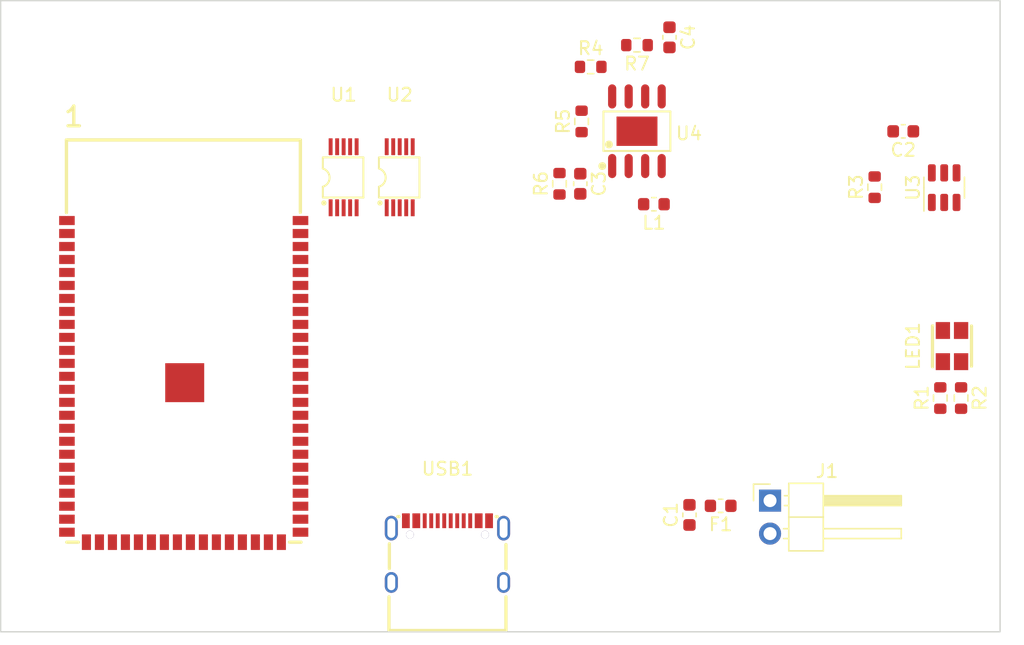
<source format=kicad_pcb>
(kicad_pcb (version 20221018) (generator pcbnew)
  (layers (0 "F.Cu" signal) (31 "B.Cu" signal) (34 "B.Paste" user) (35 "F.Paste" user) (36 "B.SilkS" user "B.Silkscreen") (37 "F.SilkS" user "F.Silkscreen") (38 "B.Mask" user) (39 "F.Mask" user) (44 "Edge.Cuts" user))
  (net 0 "")
  (net 68 "-BATT")
  (net 69 "+BATT")
  (net 70 "Net-(U4-VC)")
  (net 71 "Net-(C3-Pad2)")
  (net 72 "/power_management/DC-DC_EN^{(pull to GND to activate)}")
  (net 73 "Net-(J1-Pin_1)")
  (net 74 "Net-(U4-SW2)")
  (net 75 "Net-(U4-SW1)")
  (net 76 "Net-(U3-CHRG)")
  (net 77 "Net-(LED1-+-Pad3)")
  (net 78 "Net-(U3-FULL)")
  (net 79 "Net-(LED1-+-Pad1)")
  (net 80 "Net-(U3-PROG)")
  (net 81 "Net-(U4-FB)")
  (net 82 "/power_management/3v3")
  (net 104 "VBUS_USB")
  (footprint "lcsc:USB-C-SMD_GT-USB-7004" (layer "F.Cu") (at 91.58 85.83)
    (fp_text reference "USB1" (at 0 -6.38) (layer "F.SilkS"))
    (fp_text value "GT-USB-7004")
    (fp_line (start -4.5 6.07) (end -4.5 3.48) (stroke (width 0.25)) (layer "F.SilkS"))
    (fp_line (start -4.47 1.3) (end -4.47 -0.61) (stroke (width 0.25)) (layer "F.SilkS"))
    (fp_line (start -3.73 -2.7) (end -3.82 -2.7) (stroke (width 0.25)) (layer "F.SilkS"))
    (fp_line (start 3.83 -2.7) (end 3.74 -2.7) (stroke (width 0.25)) (layer "F.SilkS"))
    (fp_line (start 4.5 1.34) (end 4.5 -0.55) (stroke (width 0.25)) (layer "F.SilkS"))
    (fp_line (start 4.5 6.07) (end -4.5 6.07) (stroke (width 0.25)) (layer "F.SilkS"))
    (fp_line (start 4.5 6.07) (end 4.5 3.48) (stroke (width 0.25)) (layer "F.SilkS"))
    (pad "" thru_hole circle (at -2.89 -1.31) (size 0.6 0.6) (drill 0.6) (layers "*.Cu" "*.Mask"))
    (pad "" thru_hole circle (at 2.89 -1.31) (size 0.6 0.6) (drill 0.6) (layers "*.Cu" "*.Mask"))
    (pad "1" thru_hole oval (at -4.32 -1.81) (size 1 1.9) (drill oval 0.599999 1.499997) (layers "*.Cu" "*.Paste" "*.Mask") (net 68 "-BATT"))
    (pad "2" thru_hole oval (at 4.32 -1.81) (size 1 1.9) (drill oval 0.599999 1.499997) (layers "*.Cu" "*.Paste" "*.Mask") (net 68 "-BATT"))
    (pad "3" thru_hole oval (at 4.32 2.37) (size 1 1.6) (drill oval 0.599999 1.199998) (layers "*.Cu" "*.Paste" "*.Mask") (net 68 "-BATT"))
    (pad "4" thru_hole oval (at -4.32 2.37) (size 1 1.6) (drill oval 0.599999 1.199998) (layers "*.Cu" "*.Paste" "*.Mask") (net 68 "-BATT"))
    (pad "A1B12" smd rect (at -3.2 -2.38) (size 0.6 1.14) (layers "F.Cu" "F.Paste" "F.Mask") (net 68 "-BATT"))
    (pad "A4B9" smd rect (at -2.4 -2.38) (size 0.6 1.14) (layers "F.Cu" "F.Paste" "F.Mask") (net 104 "VBUS_USB"))
    (pad "A5" smd rect (at -1.25 -2.38) (size 0.3 1.14) (layers "F.Cu" "F.Paste" "F.Mask"))
    (pad "A6" smd rect (at -0.25 -2.38) (size 0.3 1.14) (layers "F.Cu" "F.Paste" "F.Mask"))
    (pad "A7" smd rect (at 0.25 -2.38) (size 0.3 1.14) (layers "F.Cu" "F.Paste" "F.Mask"))
    (pad "A8" smd rect (at 1.25 -2.38) (size 0.3 1.14) (layers "F.Cu" "F.Paste" "F.Mask"))
    (pad "B1A12" smd rect (at 3.2 -2.38) (size 0.6 1.14) (layers "F.Cu" "F.Paste" "F.Mask") (net 68 "-BATT"))
    (pad "B4A9" smd rect (at 2.4 -2.38) (size 0.6 1.14) (layers "F.Cu" "F.Paste" "F.Mask") (net 104 "VBUS_USB"))
    (pad "B5" smd rect (at 1.75 -2.38) (size 0.3 1.14) (layers "F.Cu" "F.Paste" "F.Mask"))
    (pad "B6" smd rect (at 0.75 -2.38) (size 0.3 1.14) (layers "F.Cu" "F.Paste" "F.Mask"))
    (pad "B7" smd rect (at -0.75 -2.38) (size 0.3 1.14) (layers "F.Cu" "F.Paste" "F.Mask"))
    (pad "B8" smd rect (at -1.75 -2.38) (size 0.3 1.14) (layers "F.Cu" "F.Paste" "F.Mask"))
  )
  (footprint "Resistor_SMD:R_0603_1608Metric" (layer "F.Cu") (at 124.45 57.7625 90)
    (fp_text reference "R3" (at 0 -1.43 90) (layer "F.SilkS"))
    (fp_text value "2.5k")
    (fp_line (start -0.237258 -0.5225) (end 0.237258 -0.5225) (stroke (width 0.12)) (layer "F.SilkS"))
    (fp_line (start -0.237258 0.5225) (end 0.237258 0.5225) (stroke (width 0.12)) (layer "F.SilkS"))
    (pad "1" smd roundrect (at -0.825 0 90) (size 0.8 0.95) (layers "F.Cu" "F.Paste" "F.Mask") (net 68 "-BATT"))
    (pad "2" smd roundrect (at 0.825 0 90) (size 0.8 0.95) (layers "F.Cu" "F.Paste" "F.Mask") (net 80 "Net-(U3-PROG)"))
  )
  (footprint "Resistor_SMD:R_0603_1608Metric" (layer "F.Cu") (at 101.9 52.7 90)
    (fp_text reference "R5" (at 0 -1.43 90) (layer "F.SilkS"))
    (fp_text value "200k")
    (fp_line (start -0.237258 -0.5225) (end 0.237258 -0.5225) (stroke (width 0.12)) (layer "F.SilkS"))
    (fp_line (start -0.237258 0.5225) (end 0.237258 0.5225) (stroke (width 0.12)) (layer "F.SilkS"))
    (pad "1" smd roundrect (at -0.825 0 90) (size 0.8 0.95) (layers "F.Cu" "F.Paste" "F.Mask") (net 68 "-BATT"))
    (pad "2" smd roundrect (at 0.825 0 90) (size 0.8 0.95) (layers "F.Cu" "F.Paste" "F.Mask") (net 81 "Net-(U4-FB)"))
  )
  (footprint "lcsc:VSSOP-10_L3.0-W3.0-P0.50-LS4.9-BL" (layer "F.Cu") (at 87.904998 56.999534)
    (fp_text reference "U2" (at 0 -6.35) (layer "F.SilkS"))
    (fp_text value "TMUX1104DGSR")
    (fp_line (start -1.6 -1.53) (end -1.6 -0.7) (stroke (width 0.15)) (layer "F.SilkS"))
    (fp_line (start -1.6 0.73) (end -1.6 1.56) (stroke (width 0.15)) (layer "F.SilkS"))
    (fp_line (start -1.58 -1.53) (end 1.52 -1.53) (stroke (width 0.15)) (layer "F.SilkS"))
    (fp_line (start -1.58 1.56) (end 1.52 1.56) (stroke (width 0.15)) (layer "F.SilkS"))
    (fp_line (start 1.52 1.57) (end 1.52 -1.53) (stroke (width 0.15)) (layer "F.SilkS"))
    (fp_arc (start -1.605241 -0.671551) (mid -1.079184 0.027267) (end -1.6 0.73) (stroke (width 0.15)) (layer "F.SilkS"))
    (fp_circle (center -1.52 1.98) (end -1.42 1.98) (stroke (width 0.2)) (fill none) (layer "F.SilkS"))
    (pad "1" smd rect (at -1 2.35) (size 0.3 1.3) (layers "F.Cu" "F.Paste" "F.Mask"))
    (pad "2" smd rect (at -0.5 2.35) (size 0.3 1.3) (layers "F.Cu" "F.Paste" "F.Mask"))
    (pad "3" smd rect (at 0 2.35) (size 0.3 1.3) (layers "F.Cu" "F.Paste" "F.Mask"))
    (pad "4" smd rect (at 0.5 2.35) (size 0.3 1.3) (layers "F.Cu" "F.Paste" "F.Mask"))
    (pad "5" smd rect (at 1 2.35) (size 0.3 1.3) (layers "F.Cu" "F.Paste" "F.Mask"))
    (pad "6" smd rect (at 1 -2.35) (size 0.3 1.3) (layers "F.Cu" "F.Paste" "F.Mask"))
    (pad "7" smd rect (at 0.5 -2.35) (size 0.3 1.3) (layers "F.Cu" "F.Paste" "F.Mask"))
    (pad "8" smd rect (at 0 -2.35) (size 0.3 1.3) (layers "F.Cu" "F.Paste" "F.Mask"))
    (pad "9" smd rect (at -0.5 -2.35) (size 0.3 1.3) (layers "F.Cu" "F.Paste" "F.Mask"))
    (pad "10" smd rect (at -1 -2.35) (size 0.3 1.3) (layers "F.Cu" "F.Paste" "F.Mask"))
  )
  (footprint "Capacitor_SMD:C_0603_1608Metric" (layer "F.Cu") (at 101.8 57.5 -90)
    (fp_text reference "C3" (at 0 -1.43 90) (layer "F.SilkS"))
    (fp_text value "1.5nF")
    (fp_line (start -0.14058 -0.51) (end 0.14058 -0.51) (stroke (width 0.12)) (layer "F.SilkS"))
    (fp_line (start -0.14058 0.51) (end 0.14058 0.51) (stroke (width 0.12)) (layer "F.SilkS"))
    (pad "1" smd roundrect (at -0.775 0 270) (size 0.9 0.95) (layers "F.Cu" "F.Paste" "F.Mask") (net 70 "Net-(U4-VC)"))
    (pad "2" smd roundrect (at 0.775 0 270) (size 0.9 0.95) (layers "F.Cu" "F.Paste" "F.Mask") (net 71 "Net-(C3-Pad2)"))
  )
  (footprint "Capacitor_SMD:C_0603_1608Metric" (layer "F.Cu") (at 108.6625 46.225 -90)
    (fp_text reference "C4" (at 0 -1.43 90) (layer "F.SilkS"))
    (fp_text value "0.1uF")
    (fp_line (start -0.14058 -0.51) (end 0.14058 -0.51) (stroke (width 0.12)) (layer "F.SilkS"))
    (fp_line (start -0.14058 0.51) (end 0.14058 0.51) (stroke (width 0.12)) (layer "F.SilkS"))
    (pad "1" smd roundrect (at -0.775 0 270) (size 0.9 0.95) (layers "F.Cu" "F.Paste" "F.Mask") (net 72 "/power_management/DC-DC_EN^{(pull to GND to activate)}"))
    (pad "2" smd roundrect (at 0.775 0 270) (size 0.9 0.95) (layers "F.Cu" "F.Paste" "F.Mask") (net 68 "-BATT"))
  )
  (footprint "Capacitor_SMD:C_0603_1608Metric" (layer "F.Cu") (at 126.65 53.4625 180)
    (fp_text reference "C2" (at 0 -1.43) (layer "F.SilkS"))
    (fp_text value "10uF")
    (fp_line (start -0.14058 -0.51) (end 0.14058 -0.51) (stroke (width 0.12)) (layer "F.SilkS"))
    (fp_line (start -0.14058 0.51) (end 0.14058 0.51) (stroke (width 0.12)) (layer "F.SilkS"))
    (pad "1" smd roundrect (at -0.775 0 180) (size 0.9 0.95) (layers "F.Cu" "F.Paste" "F.Mask") (net 104 "VBUS_USB"))
    (pad "2" smd roundrect (at 0.775 0 180) (size 0.9 0.95) (layers "F.Cu" "F.Paste" "F.Mask") (net 68 "-BATT"))
  )
  (footprint "Resistor_SMD:R_0603_1608Metric" (layer "F.Cu") (at 131.1 74 -90)
    (fp_text reference "R2" (at 0 -1.43 90) (layer "F.SilkS"))
    (fp_text value "1k")
    (fp_line (start -0.237258 -0.5225) (end 0.237258 -0.5225) (stroke (width 0.12)) (layer "F.SilkS"))
    (fp_line (start -0.237258 0.5225) (end 0.237258 0.5225) (stroke (width 0.12)) (layer "F.SilkS"))
    (pad "1" smd roundrect (at -0.825 0 270) (size 0.8 0.95) (layers "F.Cu" "F.Paste" "F.Mask") (net 77 "Net-(LED1-+-Pad3)"))
    (pad "2" smd roundrect (at 0.825 0 270) (size 0.8 0.95) (layers "F.Cu" "F.Paste" "F.Mask") (net 104 "VBUS_USB"))
  )
  (footprint "Package_TO_SOT_SMD:SOT-23-6" (layer "F.Cu") (at 129.8 57.8 90)
    (fp_text reference "U3" (at 0 -2.4 90) (layer "F.SilkS"))
    (fp_text value "LGS4084HB6")
    (fp_line (start 0 -1.56) (end -1.8 -1.56) (stroke (width 0.12)) (layer "F.SilkS"))
    (fp_line (start 0 -1.56) (end 0.8 -1.56) (stroke (width 0.12)) (layer "F.SilkS"))
    (fp_line (start 0 1.56) (end -0.8 1.56) (stroke (width 0.12)) (layer "F.SilkS"))
    (fp_line (start 0 1.56) (end 0.8 1.56) (stroke (width 0.12)) (layer "F.SilkS"))
    (pad "1" smd roundrect (at -1.1375 -0.95 90) (size 1.325 0.6) (layers "F.Cu" "F.Paste" "F.Mask") (net 76 "Net-(U3-CHRG)"))
    (pad "2" smd roundrect (at -1.1375 0 90) (size 1.325 0.6) (layers "F.Cu" "F.Paste" "F.Mask") (net 68 "-BATT"))
    (pad "3" smd roundrect (at -1.1375 0.95 90) (size 1.325 0.6) (layers "F.Cu" "F.Paste" "F.Mask") (net 69 "+BATT"))
    (pad "4" smd roundrect (at 1.1375 0.95 90) (size 1.325 0.6) (layers "F.Cu" "F.Paste" "F.Mask") (net 104 "VBUS_USB"))
    (pad "5" smd roundrect (at 1.1375 0 90) (size 1.325 0.6) (layers "F.Cu" "F.Paste" "F.Mask") (net 78 "Net-(U3-FULL)"))
    (pad "6" smd roundrect (at 1.1375 -0.95 90) (size 1.325 0.6) (layers "F.Cu" "F.Paste" "F.Mask") (net 80 "Net-(U3-PROG)"))
  )
  (footprint "Resistor_SMD:R_0603_1608Metric" (layer "F.Cu") (at 100.2 57.5 90)
    (fp_text reference "R6" (at 0 -1.43 90) (layer "F.SilkS"))
    (fp_text value "15k")
    (fp_line (start -0.237258 -0.5225) (end 0.237258 -0.5225) (stroke (width 0.12)) (layer "F.SilkS"))
    (fp_line (start -0.237258 0.5225) (end 0.237258 0.5225) (stroke (width 0.12)) (layer "F.SilkS"))
    (pad "1" smd roundrect (at -0.825 0 90) (size 0.8 0.95) (layers "F.Cu" "F.Paste" "F.Mask") (net 71 "Net-(C3-Pad2)"))
    (pad "2" smd roundrect (at 0.825 0 90) (size 0.8 0.95) (layers "F.Cu" "F.Paste" "F.Mask") (net 81 "Net-(U4-FB)"))
  )
  (footprint "Resistor_SMD:R_0603_1608Metric" (layer "F.Cu") (at 129.5 74 90)
    (fp_text reference "R1" (at 0 -1.43 90) (layer "F.SilkS"))
    (fp_text value "1k")
    (fp_line (start -0.237258 -0.5225) (end 0.237258 -0.5225) (stroke (width 0.12)) (layer "F.SilkS"))
    (fp_line (start -0.237258 0.5225) (end 0.237258 0.5225) (stroke (width 0.12)) (layer "F.SilkS"))
    (pad "1" smd roundrect (at -0.825 0 90) (size 0.8 0.95) (layers "F.Cu" "F.Paste" "F.Mask") (net 104 "VBUS_USB"))
    (pad "2" smd roundrect (at 0.825 0 90) (size 0.8 0.95) (layers "F.Cu" "F.Paste" "F.Mask") (net 79 "Net-(LED1-+-Pad1)"))
  )
  (footprint "M1s:M1s" (layer "F.Cu") (at 71.285598 72.715998)
    (fp_text reference "1" (at -9.353199 -19.482 unlocked) (layer "F.SilkS") (effects (font (size 1.524 1.524) (thickness 0.254)) (justify left bottom)))
    (fp_text value "0_M1s")
    (fp_line (start -9.022999 -18.589464) (end 8.976945 -18.589464) (stroke (width 0.254)) (layer "F.SilkS"))
    (fp_line (start -9.022999 -12.989516) (end -9.022999 -18.589464) (stroke (width 0.254)) (layer "F.SilkS"))
    (fp_line (start -8.997599 12.385084) (end -8.109681 12.385084) (stroke (width 0.254)) (layer "F.SilkS"))
    (fp_line (start 8.138483 12.385084) (end 9.026401 12.385084) (stroke (width 0.254)) (layer "F.SilkS"))
    (fp_line (start 8.976945 -13.014916) (end 8.976945 -18.589464) (stroke (width 0.254)) (layer "F.SilkS"))
    (pad "1" smd rect (at -8.9856 -12.384003 90) (size 0.7 1.2) (layers "F.Cu" "F.Paste" "F.Mask"))
    (pad "2" smd rect (at -8.9856 -11.384002 90) (size 0.7 1.2) (layers "F.Cu" "F.Paste" "F.Mask"))
    (pad "3" smd rect (at -8.9856 -10.384002 90) (size 0.7 1.2) (layers "F.Cu" "F.Paste" "F.Mask"))
    (pad "4" smd rect (at -8.9856 -9.384 90) (size 0.7 1.2) (layers "F.Cu" "F.Paste" "F.Mask"))
    (pad "5" smd rect (at -8.9856 -8.384 90) (size 0.7 1.2) (layers "F.Cu" "F.Paste" "F.Mask"))
    (pad "6" smd rect (at -8.9856 -7.384 90) (size 0.7 1.2) (layers "F.Cu" "F.Paste" "F.Mask"))
    (pad "7" smd rect (at -8.9856 -6.384 90) (size 0.7 1.2) (layers "F.Cu" "F.Paste" "F.Mask"))
    (pad "8" smd rect (at -8.9856 -5.384 90) (size 0.7 1.2) (layers "F.Cu" "F.Paste" "F.Mask"))
    (pad "9" smd rect (at -8.9856 -4.384 90) (size 0.7 1.2) (layers "F.Cu" "F.Paste" "F.Mask"))
    (pad "10" smd rect (at -8.9856 -3.384 90) (size 0.7 1.2) (layers "F.Cu" "F.Paste" "F.Mask"))
    (pad "11" smd rect (at -8.9856 -2.384 90) (size 0.7 1.2) (layers "F.Cu" "F.Paste" "F.Mask"))
    (pad "12" smd rect (at -8.9856 -1.384 90) (size 0.7 1.2) (layers "F.Cu" "F.Paste" "F.Mask"))
    (pad "13" smd rect (at -8.9856 -0.384 90) (size 0.7 1.2) (layers "F.Cu" "F.Paste" "F.Mask"))
    (pad "14" smd rect (at -8.9856 0.616 90) (size 0.7 1.2) (layers "F.Cu" "F.Paste" "F.Mask"))
    (pad "15" smd rect (at -8.9856 1.616 90) (size 0.7 1.2) (layers "F.Cu" "F.Paste" "F.Mask"))
    (pad "16" smd rect (at -8.9856 2.616 90) (size 0.7 1.2) (layers "F.Cu" "F.Paste" "F.Mask"))
    (pad "17" smd rect (at -8.9856 3.616 90) (size 0.7 1.2) (layers "F.Cu" "F.Paste" "F.Mask"))
    (pad "18" smd rect (at -8.9856 4.616 90) (size 0.7 1.2) (layers "F.Cu" "F.Paste" "F.Mask"))
    (pad "19" smd rect (at -8.9856 5.616 90) (size 0.7 1.2) (layers "F.Cu" "F.Paste" "F.Mask"))
    (pad "20" smd rect (at -8.9856 6.616 90) (size 0.7 1.2) (layers "F.Cu" "F.Paste" "F.Mask"))
    (pad "21" smd rect (at -8.9856 7.616003 90) (size 0.7 1.2) (layers "F.Cu" "F.Paste" "F.Mask"))
    (pad "22" smd rect (at -8.9856 8.616 90) (size 0.7 1.2) (layers "F.Cu" "F.Paste" "F.Mask"))
    (pad "23" smd rect (at -8.9856 9.616 90) (size 0.7 1.2) (layers "F.Cu" "F.Paste" "F.Mask"))
    (pad "24" smd rect (at -8.9856 10.616 90) (size 0.7 1.2) (layers "F.Cu" "F.Paste" "F.Mask"))
    (pad "25" smd rect (at -8.9856 11.616 90) (size 0.7 1.2) (layers "F.Cu" "F.Paste" "F.Mask"))
    (pad "26" smd rect (at -7.485598 12.384002 180) (size 0.7 1.2) (layers "F.Cu" "F.Paste" "F.Mask"))
    (pad "27" smd rect (at -6.485597 12.384002 180) (size 0.7 1.2) (layers "F.Cu" "F.Paste" "F.Mask"))
    (pad "28" smd rect (at -5.485599 12.384002 180) (size 0.7 1.2) (layers "F.Cu" "F.Paste" "F.Mask"))
    (pad "29" smd rect (at -4.485599 12.384002 180) (size 0.7 1.2) (layers "F.Cu" "F.Paste" "F.Mask"))
    (pad "30" smd rect (at -3.485601 12.384002 180) (size 0.7 1.2) (layers "F.Cu" "F.Paste" "F.Mask"))
    (pad "31" smd rect (at -2.4856 12.384002 180) (size 0.7 1.2) (layers "F.Cu" "F.Paste" "F.Mask"))
    (pad "32" smd rect (at -1.4856 12.384002 180) (size 0.7 1.2) (layers "F.Cu" "F.Paste" "F.Mask"))
    (pad "33" smd rect (at -0.485599 12.384002 180) (size 0.7 1.2) (layers "F.Cu" "F.Paste" "F.Mask"))
    (pad "34" smd rect (at 0.514401 12.384002 180) (size 0.7 1.2) (layers "F.Cu" "F.Paste" "F.Mask"))
    (pad "35" smd rect (at 1.514399 12.384002 180) (size 0.7 1.2) (layers "F.Cu" "F.Paste" "F.Mask"))
    (pad "36" smd rect (at 2.5144 12.384002 180) (size 0.7 1.2) (layers "F.Cu" "F.Paste" "F.Mask"))
    (pad "37" smd rect (at 3.514403 12.384002 180) (size 0.7 1.2) (layers "F.Cu" "F.Paste" "F.Mask"))
    (pad "38" smd rect (at 4.514401 12.384002 180) (size 0.7 1.2) (layers "F.Cu" "F.Paste" "F.Mask"))
    (pad "39" smd rect (at 5.514401 12.384002 180) (size 0.7 1.2) (layers "F.Cu" "F.Paste" "F.Mask"))
    (pad "40" smd rect (at 6.514399 12.384002 180) (size 0.7 1.2) (layers "F.Cu" "F.Paste" "F.Mask"))
    (pad "41" smd rect (at 7.5144 12.384002 180) (size 0.7 1.2) (layers "F.Cu" "F.Paste" "F.Mask"))
    (pad "42" smd rect (at 8.985601 11.616 90) (size 0.7 1.2) (layers "F.Cu" "F.Paste" "F.Mask"))
    (pad "43" smd rect (at 8.985601 10.616 90) (size 0.7 1.2) (layers "F.Cu" "F.Paste" "F.Mask"))
    (pad "44" smd rect (at 8.985601 9.616 90) (size 0.7 1.2) (layers "F.Cu" "F.Paste" "F.Mask"))
    (pad "45" smd rect (at 8.985601 8.616 90) (size 0.7 1.2) (layers "F.Cu" "F.Paste" "F.Mask"))
    (pad "46" smd rect (at 8.985601 7.616003 90) (size 0.7 1.2) (layers "F.Cu" "F.Paste" "F.Mask"))
    (pad "47" smd rect (at 8.985601 6.616 90) (size 0.7 1.2) (layers "F.Cu" "F.Paste" "F.Mask"))
    (pad "48" smd rect (at 8.985601 5.616 90) (size 0.7 1.2) (layers "F.Cu" "F.Paste" "F.Mask"))
    (pad "49" smd rect (at 8.985601 4.616 90) (size 0.7 1.2) (layers "F.Cu" "F.Paste" "F.Mask"))
    (pad "50" smd rect (at 8.985601 3.616 90) (size 0.7 1.2) (layers "F.Cu" "F.Paste" "F.Mask"))
    (pad "51" smd rect (at 8.985601 2.616 90) (size 0.7 1.2) (layers "F.Cu" "F.Paste" "F.Mask"))
    (pad "52" smd rect (at 8.985601 1.616 90) (size 0.7 1.2) (layers "F.Cu" "F.Paste" "F.Mask"))
    (pad "53" smd rect (at 8.985601 0.616 90) (size 0.7 1.2) (layers "F.Cu" "F.Paste" "F.Mask"))
    (pad "54" smd rect (at 8.985601 -0.384 90) (size 0.7 1.2) (layers "F.Cu" "F.Paste" "F.Mask"))
    (pad "55" smd rect (at 8.985601 -1.384 90) (size 0.7 1.2) (layers "F.Cu" "F.Paste" "F.Mask"))
    (pad "56" smd rect (at 8.985601 -2.384 90) (size 0.7 1.2) (layers "F.Cu" "F.Paste" "F.Mask"))
    (pad "57" smd rect (at 8.985601 -3.384 90) (size 0.7 1.2) (layers "F.Cu" "F.Paste" "F.Mask"))
    (pad "58" smd rect (at 8.985601 -4.384 90) (size 0.7 1.2) (layers "F.Cu" "F.Paste" "F.Mask"))
    (pad "59" smd rect (at 8.985601 -5.384 90) (size 0.7 1.2) (layers "F.Cu" "F.Paste" "F.Mask"))
    (pad "60" smd rect (at 8.985601 -6.384 90) (size 0.7 1.2) (layers "F.Cu" "F.Paste" "F.Mask"))
    (pad "61" smd rect (at 8.985601 -7.384 90) (size 0.7 1.2) (layers "F.Cu" "F.Paste" "F.Mask"))
    (pad "62" smd rect (at 8.985601 -8.384 90) (size 0.7 1.2) (layers "F.Cu" "F.Paste" "F.Mask"))
    (pad "63" smd rect (at 8.985601 -9.384 90) (size 0.7 1.2) (layers "F.Cu" "F.Paste" "F.Mask"))
    (pad "64" smd rect (at 8.985601 -10.384002 90) (size 0.7 1.2) (layers "F.Cu" "F.Paste" "F.Mask"))
    (pad "65" smd rect (at 8.985601 -11.384002 90) (size 0.7 1.2) (layers "F.Cu" "F.Paste" "F.Mask"))
    (pad "66" smd rect (at 8.985601 -12.384003 90) (size 0.7 1.2) (layers "F.Cu" "F.Paste" "F.Mask"))
    (pad "67" smd rect (at 0.0762 0.101601) (size 3 3) (layers "F.Cu" "F.Paste" "F.Mask"))
  )
  (footprint "Connector_PinHeader_2.54mm:PinHeader_1x02_P2.54mm_Horizontal" (layer "F.Cu") (at 116.4 81.9)
    (fp_text reference "J1" (at 4.385 -2.27) (layer "F.SilkS"))
    (fp_text value "Conn_01x02_Pin")
    (fp_line (start -1.27 -1.27) (end 0 -1.27) (stroke (width 0.12)) (layer "F.SilkS"))
    (fp_line (start -1.27 0) (end -1.27 -1.27) (stroke (width 0.12)) (layer "F.SilkS"))
    (fp_line (start 1.042929 2.16) (end 1.44 2.16) (stroke (width 0.12)) (layer "F.SilkS"))
    (fp_line (start 1.042929 2.92) (end 1.44 2.92) (stroke (width 0.12)) (layer "F.SilkS"))
    (fp_line (start 1.11 -0.38) (end 1.44 -0.38) (stroke (width 0.12)) (layer "F.SilkS"))
    (fp_line (start 1.11 0.38) (end 1.44 0.38) (stroke (width 0.12)) (layer "F.SilkS"))
    (fp_line (start 1.44 -1.33) (end 1.44 3.87) (stroke (width 0.12)) (layer "F.SilkS"))
    (fp_line (start 1.44 1.27) (end 4.1 1.27) (stroke (width 0.12)) (layer "F.SilkS"))
    (fp_line (start 1.44 3.87) (end 4.1 3.87) (stroke (width 0.12)) (layer "F.SilkS"))
    (fp_line (start 4.1 -1.33) (end 1.44 -1.33) (stroke (width 0.12)) (layer "F.SilkS"))
    (fp_line (start 4.1 -0.38) (end 10.1 -0.38) (stroke (width 0.12)) (layer "F.SilkS"))
    (fp_line (start 4.1 -0.32) (end 10.1 -0.32) (stroke (width 0.12)) (layer "F.SilkS"))
    (fp_line (start 4.1 -0.2) (end 10.1 -0.2) (stroke (width 0.12)) (layer "F.SilkS"))
    (fp_line (start 4.1 -0.08) (end 10.1 -0.08) (stroke (width 0.12)) (layer "F.SilkS"))
    (fp_line (start 4.1 0.04) (end 10.1 0.04) (stroke (width 0.12)) (layer "F.SilkS"))
    (fp_line (start 4.1 0.16) (end 10.1 0.16) (stroke (width 0.12)) (layer "F.SilkS"))
    (fp_line (start 4.1 0.28) (end 10.1 0.28) (stroke (width 0.12)) (layer "F.SilkS"))
    (fp_line (start 4.1 2.16) (end 10.1 2.16) (stroke (width 0.12)) (layer "F.SilkS"))
    (fp_line (start 4.1 3.87) (end 4.1 -1.33) (stroke (width 0.12)) (layer "F.SilkS"))
    (fp_line (start 10.1 -0.38) (end 10.1 0.38) (stroke (width 0.12)) (layer "F.SilkS"))
    (fp_line (start 10.1 0.38) (end 4.1 0.38) (stroke (width 0.12)) (layer "F.SilkS"))
    (fp_line (start 10.1 2.16) (end 10.1 2.92) (stroke (width 0.12)) (layer "F.SilkS"))
    (fp_line (start 10.1 2.92) (end 4.1 2.92) (stroke (width 0.12)) (layer "F.SilkS"))
    (pad "1" thru_hole rect (at 0 0) (size 1.7 1.7) (drill 1) (layers "*.Cu" "*.Mask") (net 73 "Net-(J1-Pin_1)"))
    (pad "2" thru_hole oval (at 0 2.54) (size 1.7 1.7) (drill 1) (layers "*.Cu" "*.Mask") (net 68 "-BATT"))
  )
  (footprint "Resistor_SMD:R_0603_1608Metric" (layer "F.Cu") (at 102.6 48.5)
    (fp_text reference "R4" (at 0 -1.43) (layer "F.SilkS"))
    (fp_text value "340k")
    (fp_line (start -0.237258 -0.5225) (end 0.237258 -0.5225) (stroke (width 0.12)) (layer "F.SilkS"))
    (fp_line (start -0.237258 0.5225) (end 0.237258 0.5225) (stroke (width 0.12)) (layer "F.SilkS"))
    (pad "1" smd roundrect (at -0.825 0) (size 0.8 0.95) (layers "F.Cu" "F.Paste" "F.Mask") (net 81 "Net-(U4-FB)"))
    (pad "2" smd roundrect (at 0.825 0) (size 0.8 0.95) (layers "F.Cu" "F.Paste" "F.Mask") (net 82 "/power_management/3v3"))
  )
  (footprint "Resistor_SMD:R_0603_1608Metric" (layer "F.Cu") (at 106.1625 46.825 180)
    (fp_text reference "R7" (at 0 -1.43) (layer "F.SilkS"))
    (fp_text value "1M")
    (fp_line (start -0.237258 -0.5225) (end 0.237258 -0.5225) (stroke (width 0.12)) (layer "F.SilkS"))
    (fp_line (start -0.237258 0.5225) (end 0.237258 0.5225) (stroke (width 0.12)) (layer "F.SilkS"))
    (pad "1" smd roundrect (at -0.825 0 180) (size 0.8 0.95) (layers "F.Cu" "F.Paste" "F.Mask") (net 69 "+BATT"))
    (pad "2" smd roundrect (at 0.825 0 180) (size 0.8 0.95) (layers "F.Cu" "F.Paste" "F.Mask") (net 72 "/power_management/DC-DC_EN^{(pull to GND to activate)}"))
  )
  (footprint "lcsc:ESOP-8_L4.9-W3.9-P1.27-LS6.0-BL-EP-2" (layer "F.Cu") (at 106.1625 53.455)
    (fp_text reference "U4" (at 4 0.17) (layer "F.SilkS"))
    (fp_text value "TX4401")
    (fp_line (start -2.58 -1.52) (end 2.57 -1.52) (stroke (width 0.15)) (layer "F.SilkS"))
    (fp_line (start -2.58 1.52) (end -2.58 -1.52) (stroke (width 0.15)) (layer "F.SilkS"))
    (fp_line (start 2.57 -1.52) (end 2.57 1.52) (stroke (width 0.15)) (layer "F.SilkS"))
    (fp_line (start 2.57 1.52) (end -2.58 1.52) (stroke (width 0.15)) (layer "F.SilkS"))
    (fp_circle (center -2.67 2.68) (end -2.52 2.68) (stroke (width 0.3)) (fill none) (layer "F.SilkS"))
    (fp_circle (center -2.16 1.02) (end -2.01 1.02) (stroke (width 0.3)) (fill none) (layer "F.SilkS"))
    (pad "1" smd oval (at -1.91 2.68) (size 0.63 1.86) (layers "F.Cu" "F.Paste" "F.Mask") (net 70 "Net-(U4-VC)"))
    (pad "2" smd oval (at -0.64 2.68) (size 0.63 1.86) (layers "F.Cu" "F.Paste" "F.Mask"))
    (pad "3" smd oval (at 0.63 2.68) (size 0.63 1.86) (layers "F.Cu" "F.Paste" "F.Mask") (net 75 "Net-(U4-SW1)"))
    (pad "4" smd oval (at 1.9 2.68) (size 0.63 1.86) (layers "F.Cu" "F.Paste" "F.Mask") (net 74 "Net-(U4-SW2)"))
    (pad "5" smd oval (at 1.9 -2.68) (size 0.63 1.86) (layers "F.Cu" "F.Paste" "F.Mask") (net 82 "/power_management/3v3"))
    (pad "6" smd oval (at 0.63 -2.68) (size 0.63 1.86) (layers "F.Cu" "F.Paste" "F.Mask") (net 69 "+BATT"))
    (pad "7" smd oval (at -0.64 -2.68) (size 0.63 1.86) (layers "F.Cu" "F.Paste" "F.Mask") (net 72 "/power_management/DC-DC_EN^{(pull to GND to activate)}"))
    (pad "8" smd oval (at -1.91 -2.68) (size 0.63 1.86) (layers "F.Cu" "F.Paste" "F.Mask") (net 81 "Net-(U4-FB)"))
    (pad "9" smd rect (at 0 0) (size 3.15 2.26) (layers "F.Cu" "F.Paste" "F.Mask") (net 68 "-BATT"))
  )
  (footprint "lcsc:LED-ARRAY-SMD_4P-L3.2-W2.7_E6C1209SEQBC2UDA" (layer "F.Cu") (at 130.4 70 90)
    (fp_text reference "LED1" (at 0 -3 90) (layer "F.SilkS"))
    (fp_text value "E6C1209SEQBC2UDA")
    (fp_line (start -1.6 -1.5) (end 1.55 -1.5) (stroke (width 0.25)) (layer "F.SilkS"))
    (fp_line (start 1.55 -1.5) (end 1.55 -1.48) (stroke (width 0.25)) (layer "F.SilkS"))
    (fp_line (start 1.55 1.5) (end -1.55 1.5) (stroke (width 0.25)) (layer "F.SilkS"))
    (pad "1" smd rect (at -1.2 -0.7 90) (size 1.3 1.1) (layers "F.Cu" "F.Paste" "F.Mask") (net 79 "Net-(LED1-+-Pad1)"))
    (pad "2" smd rect (at 1.2 -0.7 90) (size 1.3 1.1) (layers "F.Cu" "F.Paste" "F.Mask") (net 78 "Net-(U3-FULL)"))
    (pad "3" smd rect (at -1.2 0.7 90) (size 1.3 1.1) (layers "F.Cu" "F.Paste" "F.Mask") (net 77 "Net-(LED1-+-Pad3)"))
    (pad "4" smd rect (at 1.2 0.7 90) (size 1.3 1.1) (layers "F.Cu" "F.Paste" "F.Mask") (net 76 "Net-(U3-CHRG)"))
  )
  (footprint "lcsc:VSSOP-10_L3.0-W3.0-P0.50-LS4.9-BL" (layer "F.Cu") (at 83.589998 56.999534)
    (fp_text reference "U1" (at 0 -6.35) (layer "F.SilkS"))
    (fp_text value "TMUX1104DGSR")
    (fp_line (start -1.6 -1.53) (end -1.6 -0.7) (stroke (width 0.15)) (layer "F.SilkS"))
    (fp_line (start -1.6 0.73) (end -1.6 1.56) (stroke (width 0.15)) (layer "F.SilkS"))
    (fp_line (start -1.58 -1.53) (end 1.52 -1.53) (stroke (width 0.15)) (layer "F.SilkS"))
    (fp_line (start -1.58 1.56) (end 1.52 1.56) (stroke (width 0.15)) (layer "F.SilkS"))
    (fp_line (start 1.52 1.57) (end 1.52 -1.53) (stroke (width 0.15)) (layer "F.SilkS"))
    (fp_arc (start -1.605241 -0.671551) (mid -1.079184 0.027267) (end -1.6 0.73) (stroke (width 0.15)) (layer "F.SilkS"))
    (fp_circle (center -1.52 1.98) (end -1.42 1.98) (stroke (width 0.2)) (fill none) (layer "F.SilkS"))
    (pad "1" smd rect (at -1 2.35) (size 0.3 1.3) (layers "F.Cu" "F.Paste" "F.Mask"))
    (pad "2" smd rect (at -0.5 2.35) (size 0.3 1.3) (layers "F.Cu" "F.Paste" "F.Mask"))
    (pad "3" smd rect (at 0 2.35) (size 0.3 1.3) (layers "F.Cu" "F.Paste" "F.Mask"))
    (pad "4" smd rect (at 0.5 2.35) (size 0.3 1.3) (layers "F.Cu" "F.Paste" "F.Mask"))
    (pad "5" smd rect (at 1 2.35) (size 0.3 1.3) (layers "F.Cu" "F.Paste" "F.Mask"))
    (pad "6" smd rect (at 1 -2.35) (size 0.3 1.3) (layers "F.Cu" "F.Paste" "F.Mask"))
    (pad "7" smd rect (at 0.5 -2.35) (size 0.3 1.3) (layers "F.Cu" "F.Paste" "F.Mask"))
    (pad "8" smd rect (at 0 -2.35) (size 0.3 1.3) (layers "F.Cu" "F.Paste" "F.Mask"))
    (pad "9" smd rect (at -0.5 -2.35) (size 0.3 1.3) (layers "F.Cu" "F.Paste" "F.Mask"))
    (pad "10" smd rect (at -1 -2.35) (size 0.3 1.3) (layers "F.Cu" "F.Paste" "F.Mask"))
  )
  (footprint "Inductor_SMD:L_0603_1608Metric" (layer "F.Cu") (at 107.4625 59.075 180)
    (fp_text reference "L1" (at 0 -1.43) (layer "F.SilkS"))
    (fp_text value "10uH")
    (fp_line (start -0.162779 -0.51) (end 0.162779 -0.51) (stroke (width 0.12)) (layer "F.SilkS"))
    (fp_line (start -0.162779 0.51) (end 0.162779 0.51) (stroke (width 0.12)) (layer "F.SilkS"))
    (pad "1" smd roundrect (at -0.7875 0 180) (size 0.875 0.95) (layers "F.Cu" "F.Paste" "F.Mask") (net 74 "Net-(U4-SW2)"))
    (pad "2" smd roundrect (at 0.7875 0 180) (size 0.875 0.95) (layers "F.Cu" "F.Paste" "F.Mask") (net 75 "Net-(U4-SW1)"))
  )
  (footprint "Capacitor_SMD:C_0603_1608Metric" (layer "F.Cu") (at 110.2 83 90)
    (fp_text reference "C1" (at 0 -1.43 90) (layer "F.SilkS"))
    (fp_text value "10uF")
    (fp_line (start -0.14058 -0.51) (end 0.14058 -0.51) (stroke (width 0.12)) (layer "F.SilkS"))
    (fp_line (start -0.14058 0.51) (end 0.14058 0.51) (stroke (width 0.12)) (layer "F.SilkS"))
    (pad "1" smd roundrect (at -0.775 0 90) (size 0.9 0.95) (layers "F.Cu" "F.Paste" "F.Mask") (net 68 "-BATT"))
    (pad "2" smd roundrect (at 0.775 0 90) (size 0.9 0.95) (layers "F.Cu" "F.Paste" "F.Mask") (net 69 "+BATT"))
  )
  (footprint "Fuse:Fuse_0603_1608Metric" (layer "F.Cu") (at 112.6 82.3 180)
    (fp_text reference "F1" (at 0 -1.43) (layer "F.SilkS"))
    (fp_text value "800mA")
    (fp_line (start -0.162779 -0.51) (end 0.162779 -0.51) (stroke (width 0.12)) (layer "F.SilkS"))
    (fp_line (start -0.162779 0.51) (end 0.162779 0.51) (stroke (width 0.12)) (layer "F.SilkS"))
    (pad "1" smd roundrect (at -0.7875 0 180) (size 0.875 0.95) (layers "F.Cu" "F.Paste" "F.Mask") (net 73 "Net-(J1-Pin_1)"))
    (pad "2" smd roundrect (at 0.7875 0 180) (size 0.875 0.95) (layers "F.Cu" "F.Paste" "F.Mask") (net 69 "+BATT"))
  )
  (gr_rect (start 57.2 43.4) (end 134.1 92) (stroke (width 0.1)) (fill none) (layer "Edge.Cuts"))
)
</source>
